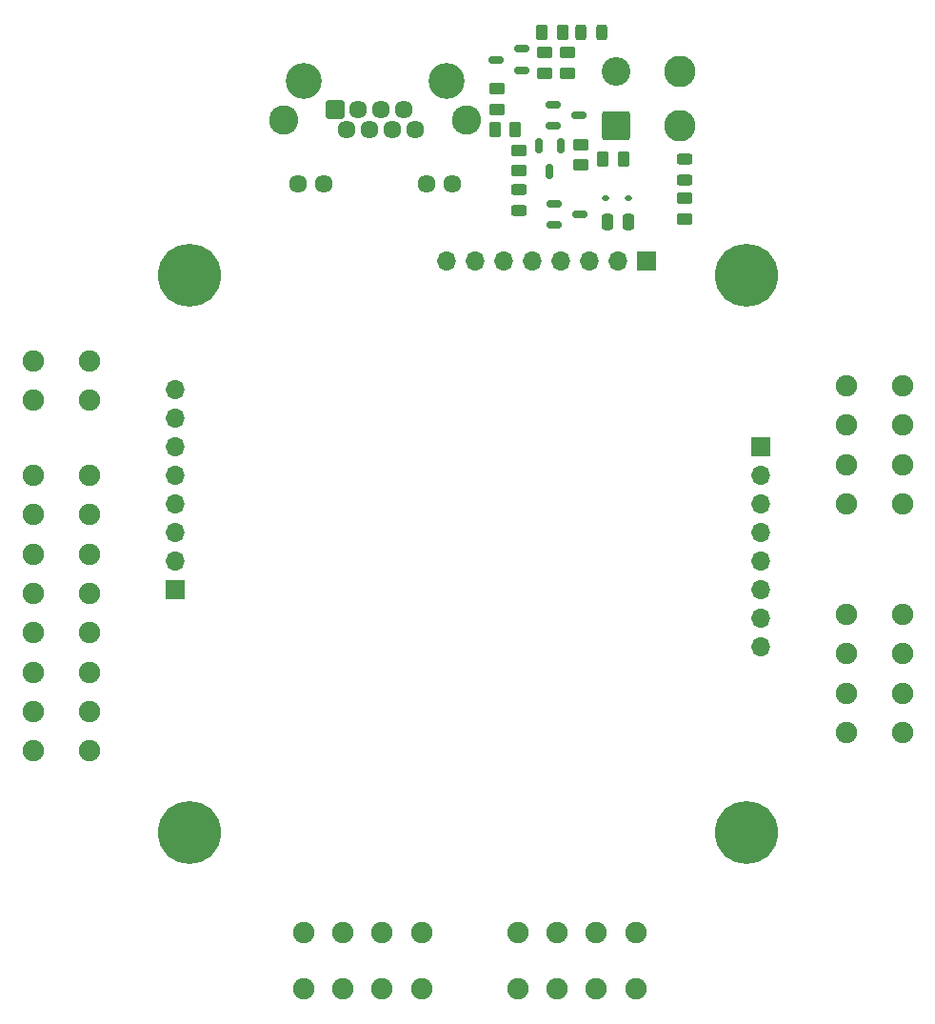
<source format=gts>
G04 #@! TF.GenerationSoftware,KiCad,Pcbnew,9.0.0*
G04 #@! TF.CreationDate,2025-02-28T23:28:00-08:00*
G04 #@! TF.ProjectId,Constellation Saddle V1.1,436f6e73-7465-46c6-9c61-74696f6e2053,rev?*
G04 #@! TF.SameCoordinates,Original*
G04 #@! TF.FileFunction,Soldermask,Top*
G04 #@! TF.FilePolarity,Negative*
%FSLAX46Y46*%
G04 Gerber Fmt 4.6, Leading zero omitted, Abs format (unit mm)*
G04 Created by KiCad (PCBNEW 9.0.0) date 2025-02-28 23:28:00*
%MOMM*%
%LPD*%
G01*
G04 APERTURE LIST*
G04 Aperture macros list*
%AMRoundRect*
0 Rectangle with rounded corners*
0 $1 Rounding radius*
0 $2 $3 $4 $5 $6 $7 $8 $9 X,Y pos of 4 corners*
0 Add a 4 corners polygon primitive as box body*
4,1,4,$2,$3,$4,$5,$6,$7,$8,$9,$2,$3,0*
0 Add four circle primitives for the rounded corners*
1,1,$1+$1,$2,$3*
1,1,$1+$1,$4,$5*
1,1,$1+$1,$6,$7*
1,1,$1+$1,$8,$9*
0 Add four rect primitives between the rounded corners*
20,1,$1+$1,$2,$3,$4,$5,0*
20,1,$1+$1,$4,$5,$6,$7,0*
20,1,$1+$1,$6,$7,$8,$9,0*
20,1,$1+$1,$8,$9,$2,$3,0*%
G04 Aperture macros list end*
%ADD10R,1.700000X1.700000*%
%ADD11O,1.700000X1.700000*%
%ADD12RoundRect,0.243750X0.456250X-0.243750X0.456250X0.243750X-0.456250X0.243750X-0.456250X-0.243750X0*%
%ADD13C,3.200000*%
%ADD14RoundRect,0.102000X0.704000X0.704000X-0.704000X0.704000X-0.704000X-0.704000X0.704000X-0.704000X0*%
%ADD15C,1.612000*%
%ADD16C,2.604000*%
%ADD17C,1.900000*%
%ADD18RoundRect,0.250000X-0.450000X0.262500X-0.450000X-0.262500X0.450000X-0.262500X0.450000X0.262500X0*%
%ADD19RoundRect,0.250000X-0.262500X-0.450000X0.262500X-0.450000X0.262500X0.450000X-0.262500X0.450000X0*%
%ADD20C,5.600000*%
%ADD21RoundRect,0.112500X-0.187500X-0.112500X0.187500X-0.112500X0.187500X0.112500X-0.187500X0.112500X0*%
%ADD22RoundRect,0.150000X-0.512500X-0.150000X0.512500X-0.150000X0.512500X0.150000X-0.512500X0.150000X0*%
%ADD23RoundRect,0.243750X-0.456250X0.243750X-0.456250X-0.243750X0.456250X-0.243750X0.456250X0.243750X0*%
%ADD24RoundRect,0.243750X0.243750X0.456250X-0.243750X0.456250X-0.243750X-0.456250X0.243750X-0.456250X0*%
%ADD25RoundRect,0.150000X-0.150000X0.512500X-0.150000X-0.512500X0.150000X-0.512500X0.150000X0.512500X0*%
%ADD26RoundRect,0.250000X0.450000X-0.262500X0.450000X0.262500X-0.450000X0.262500X-0.450000X-0.262500X0*%
%ADD27C,2.800000*%
%ADD28RoundRect,0.249999X1.025001X-1.025001X1.025001X1.025001X-1.025001X1.025001X-1.025001X-1.025001X0*%
%ADD29C,2.550000*%
%ADD30RoundRect,0.150000X0.512500X0.150000X-0.512500X0.150000X-0.512500X-0.150000X0.512500X-0.150000X0*%
%ADD31RoundRect,0.250000X-0.250000X-0.475000X0.250000X-0.475000X0.250000X0.475000X-0.250000X0.475000X0*%
G04 APERTURE END LIST*
D10*
X69850000Y-27940000D03*
D11*
X67310000Y-27940000D03*
X64770001Y-27940000D03*
X62230000Y-27940000D03*
X59690000Y-27940000D03*
X57150000Y-27940000D03*
X54610000Y-27940000D03*
X52069999Y-27940000D03*
D12*
X58540000Y-23425002D03*
X58540000Y-21550000D03*
D13*
X52070000Y-11938000D03*
X39370000Y-11938000D03*
D14*
X42150000Y-14478000D03*
D15*
X43170000Y-16258000D03*
X44190000Y-14478000D03*
X45210000Y-16258000D03*
X46230000Y-14478000D03*
X47250000Y-16258000D03*
X48270000Y-14478000D03*
X49290000Y-16258000D03*
X38860000Y-21077999D03*
X41150000Y-21078000D03*
X50290000Y-21078000D03*
X52580000Y-21077999D03*
D16*
X53845000Y-15368000D03*
X37595000Y-15368000D03*
D17*
X39370000Y-87630000D03*
X39370000Y-92630000D03*
X42870003Y-87630000D03*
X42870003Y-92630000D03*
X46370004Y-87630000D03*
X46370004Y-92630000D03*
X49870004Y-87630000D03*
X49870004Y-92630000D03*
D18*
X64050000Y-17567500D03*
X64050000Y-19392500D03*
X56560000Y-12630000D03*
X56560000Y-14455000D03*
D19*
X60600000Y-7620000D03*
X62425000Y-7620000D03*
D20*
X78740000Y-78740000D03*
D10*
X27940000Y-57150000D03*
D11*
X27940000Y-54610000D03*
X27940000Y-52070001D03*
X27940000Y-49530000D03*
X27940000Y-46990000D03*
X27940000Y-44450000D03*
X27940000Y-41910000D03*
X27940000Y-39369999D03*
D18*
X58540000Y-18095000D03*
X58540000Y-19920000D03*
D20*
X29210000Y-78740000D03*
D21*
X66202500Y-22360000D03*
X68302500Y-22360000D03*
D22*
X61622500Y-14047501D03*
X61622500Y-15947499D03*
X63897500Y-14997500D03*
D17*
X20320000Y-46990000D03*
X15320000Y-46990000D03*
X20320000Y-50490000D03*
X15320001Y-50490001D03*
X20320000Y-53990002D03*
X15320000Y-53990002D03*
X20320000Y-57490003D03*
X15320000Y-57490003D03*
X20320000Y-60990003D03*
X15320000Y-60990003D03*
X20320000Y-64490003D03*
X15320000Y-64490003D03*
X20320000Y-67990004D03*
X15320000Y-67990004D03*
X20320000Y-71490005D03*
X15320000Y-71490005D03*
D23*
X73240000Y-18844998D03*
X73240000Y-20720000D03*
D24*
X65927501Y-7620000D03*
X64052499Y-7620000D03*
D25*
X62232499Y-17722500D03*
X60332501Y-17722500D03*
X61282500Y-19997500D03*
D17*
X58420000Y-87630000D03*
X58420000Y-92630000D03*
X61920003Y-87630000D03*
X61920003Y-92630000D03*
X65420004Y-87630000D03*
X65420004Y-92630000D03*
X68920004Y-87630000D03*
X68920004Y-92630000D03*
X87630000Y-69850000D03*
X92630000Y-69850000D03*
X87630000Y-66349997D03*
X92630000Y-66349997D03*
X87630000Y-62849996D03*
X92630000Y-62849996D03*
X87630000Y-59349996D03*
X92630000Y-59349996D03*
D10*
X80010000Y-44450000D03*
D11*
X80010000Y-46990000D03*
X80010000Y-49530000D03*
X80010000Y-52070000D03*
X80010000Y-54610000D03*
X80010000Y-57150000D03*
X80010000Y-59690000D03*
X80010000Y-62230000D03*
D22*
X61682500Y-22820001D03*
X61682500Y-24719999D03*
X63957500Y-23770000D03*
D26*
X62820000Y-11242500D03*
X62820000Y-9417500D03*
D19*
X66007500Y-18850000D03*
X67832500Y-18850000D03*
D17*
X20320000Y-36830000D03*
X15320000Y-36830000D03*
X20320000Y-40330000D03*
X15320000Y-40330000D03*
D20*
X78740000Y-29210000D03*
D18*
X60800000Y-9417500D03*
X60800000Y-11242500D03*
D19*
X56377500Y-16260000D03*
X58202500Y-16260000D03*
D26*
X73240000Y-24175000D03*
X73240000Y-22350000D03*
D27*
X72865000Y-15900000D03*
X72865000Y-11100000D03*
D28*
X67150000Y-15900000D03*
D29*
X67150000Y-11099999D03*
D30*
X58797499Y-10989999D03*
X58797499Y-9090001D03*
X56522499Y-10040000D03*
D20*
X29210000Y-29210000D03*
D17*
X87630000Y-49530000D03*
X92630000Y-49530000D03*
X87630000Y-46029997D03*
X92630000Y-46029997D03*
X87630000Y-42529996D03*
X92630000Y-42529996D03*
X87630000Y-39029996D03*
X92630000Y-39029996D03*
D31*
X66380000Y-24430000D03*
X68280000Y-24430000D03*
M02*

</source>
